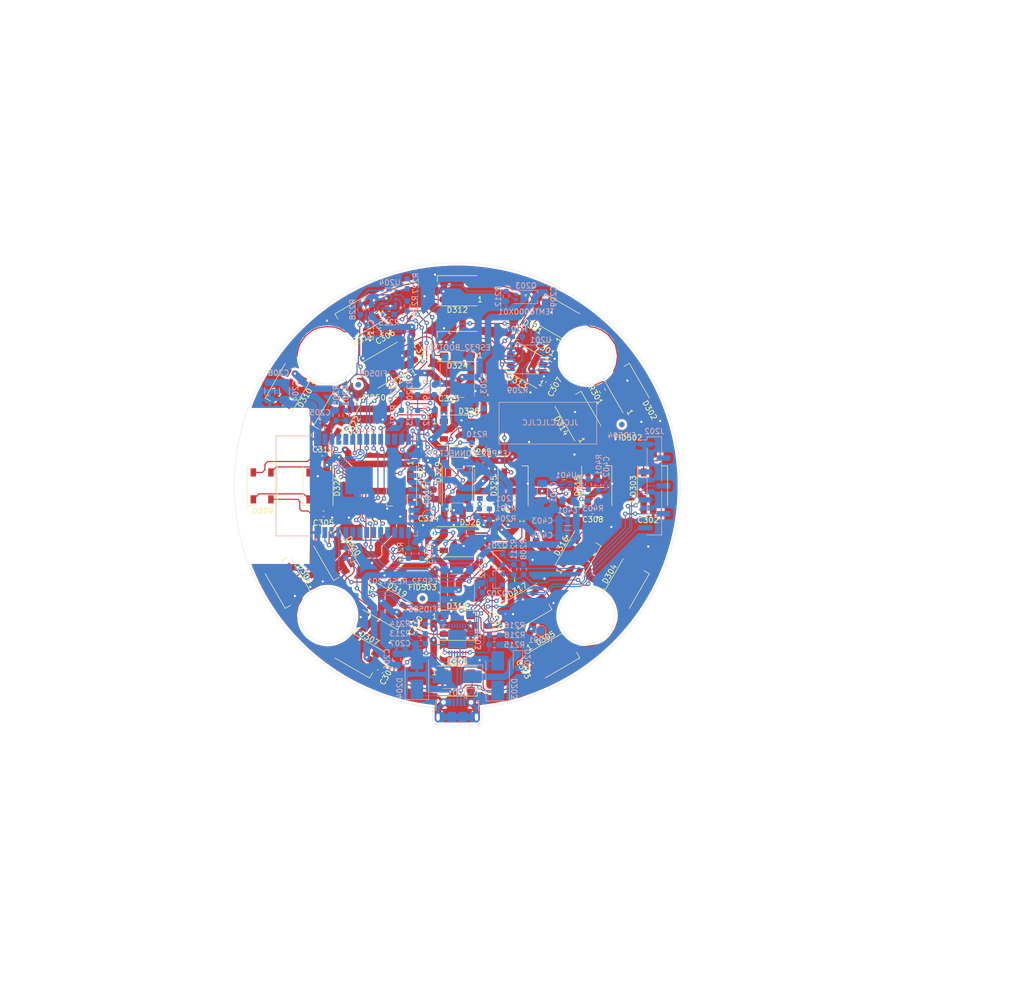
<source format=kicad_pcb>
(kicad_pcb (version 20211014) (generator pcbnew)

  (general
    (thickness 1.6)
  )

  (paper "A4")
  (layers
    (0 "F.Cu" signal)
    (31 "B.Cu" signal)
    (32 "B.Adhes" user "B.Adhesive")
    (33 "F.Adhes" user "F.Adhesive")
    (34 "B.Paste" user)
    (35 "F.Paste" user)
    (36 "B.SilkS" user "B.Silkscreen")
    (37 "F.SilkS" user "F.Silkscreen")
    (38 "B.Mask" user)
    (39 "F.Mask" user)
    (40 "Dwgs.User" user "User.Drawings")
    (41 "Cmts.User" user "User.Comments")
    (42 "Eco1.User" user "User.Eco1")
    (43 "Eco2.User" user "User.Eco2")
    (44 "Edge.Cuts" user)
    (45 "Margin" user)
    (46 "B.CrtYd" user "B.Courtyard")
    (47 "F.CrtYd" user "F.Courtyard")
    (48 "B.Fab" user)
    (49 "F.Fab" user)
  )

  (setup
    (pad_to_mask_clearance 0)
    (pcbplotparams
      (layerselection 0x0000010_7ffffffe)
      (disableapertmacros false)
      (usegerberextensions true)
      (usegerberattributes false)
      (usegerberadvancedattributes false)
      (creategerberjobfile false)
      (svguseinch false)
      (svgprecision 6)
      (excludeedgelayer true)
      (plotframeref false)
      (viasonmask false)
      (mode 1)
      (useauxorigin false)
      (hpglpennumber 1)
      (hpglpenspeed 20)
      (hpglpendiameter 15.000000)
      (dxfpolygonmode true)
      (dxfimperialunits true)
      (dxfusepcbnewfont true)
      (psnegative false)
      (psa4output false)
      (plotreference true)
      (plotvalue false)
      (plotinvisibletext false)
      (sketchpadsonfab false)
      (subtractmaskfromsilk true)
      (outputformat 1)
      (mirror false)
      (drillshape 0)
      (scaleselection 1)
      (outputdirectory "gerber/")
    )
  )

  (net 0 "")
  (net 1 "Net-(C201-Pad2)")
  (net 2 "GND")
  (net 3 "Net-(C202-Pad2)")
  (net 4 "Net-(C203-Pad2)")
  (net 5 "/esp32/3.3V")
  (net 6 "/esp32/5V")
  (net 7 "/power/3.3V_FB")
  (net 8 "/esp32/VBUS")
  (net 9 "/esp32/USB_DN")
  (net 10 "/esp32/USB_DP")
  (net 11 "Net-(D205-Pad1)")
  (net 12 "/esp32/CONNECT_LED")
  (net 13 "Net-(D301-Pad2)")
  (net 14 "/esp32/DIN")
  (net 15 "Net-(D302-Pad4)")
  (net 16 "Net-(D302-Pad2)")
  (net 17 "Net-(D303-Pad2)")
  (net 18 "Net-(D304-Pad2)")
  (net 19 "Net-(D305-Pad2)")
  (net 20 "Net-(D306-Pad2)")
  (net 21 "Net-(D307-Pad2)")
  (net 22 "Net-(D308-Pad2)")
  (net 23 "Net-(D309-Pad2)")
  (net 24 "Net-(D310-Pad2)")
  (net 25 "Net-(D311-Pad2)")
  (net 26 "Net-(D312-Pad2)")
  (net 27 "Net-(D313-Pad2)")
  (net 28 "Net-(D314-Pad2)")
  (net 29 "Net-(D315-Pad2)")
  (net 30 "Net-(D316-Pad2)")
  (net 31 "Net-(D317-Pad2)")
  (net 32 "Net-(D318-Pad2)")
  (net 33 "Net-(D319-Pad2)")
  (net 34 "Net-(D320-Pad2)")
  (net 35 "Net-(D321-Pad2)")
  (net 36 "Net-(D322-Pad2)")
  (net 37 "Net-(D323-Pad2)")
  (net 38 "Net-(D324-Pad2)")
  (net 39 "Net-(D325-Pad2)")
  (net 40 "Net-(D326-Pad2)")
  (net 41 "Net-(D327-Pad2)")
  (net 42 "Net-(D328-Pad2)")
  (net 43 "/esp32/TXD")
  (net 44 "/esp32/RTS")
  (net 45 "/esp32/RXD")
  (net 46 "/esp32/DTR")
  (net 47 "Net-(L401-Pad1)")
  (net 48 "Net-(Q201-Pad1)")
  (net 49 "/esp32/EN")
  (net 50 "/esp32/BOOT")
  (net 51 "Net-(Q202-Pad1)")
  (net 52 "/esp32/LIGHT")
  (net 53 "/esp32/CONNECT_SW")
  (net 54 "Net-(R207-Pad1)")
  (net 55 "/esp32/LEDS")
  (net 56 "Net-(R213-Pad1)")
  (net 57 "Net-(R214-Pad2)")
  (net 58 "Net-(R215-Pad1)")
  (net 59 "/esp32/TXD0")
  (net 60 "/esp32/RXD0")
  (net 61 "unconnected-(Q203-Pad3)")
  (net 62 "/esp32/ID0")
  (net 63 "/esp32/ID1")
  (net 64 "/esp32/ID2")
  (net 65 "/esp32/SPI_CS")
  (net 66 "Net-(R225-Pad1)")
  (net 67 "/esp32/SPI_MOSI")
  (net 68 "Net-(R226-Pad2)")
  (net 69 "/esp32/SPI_SCK")
  (net 70 "Net-(R227-Pad2)")
  (net 71 "/esp32/SPI_MISO")
  (net 72 "Net-(R228-Pad1)")
  (net 73 "Net-(R401-Pad2)")
  (net 74 "unconnected-(U202-Pad36)")
  (net 75 "unconnected-(U202-Pad32)")
  (net 76 "unconnected-(U202-Pad28)")
  (net 77 "unconnected-(U202-Pad27)")
  (net 78 "unconnected-(U202-Pad26)")
  (net 79 "unconnected-(U202-Pad22)")
  (net 80 "unconnected-(U202-Pad21)")
  (net 81 "unconnected-(U202-Pad20)")
  (net 82 "unconnected-(U202-Pad19)")
  (net 83 "unconnected-(U202-Pad18)")
  (net 84 "unconnected-(U202-Pad17)")
  (net 85 "unconnected-(U202-Pad12)")
  (net 86 "unconnected-(U202-Pad11)")
  (net 87 "unconnected-(U202-Pad10)")
  (net 88 "unconnected-(U202-Pad9)")
  (net 89 "unconnected-(U202-Pad8)")
  (net 90 "unconnected-(U202-Pad7)")
  (net 91 "unconnected-(U202-Pad5)")
  (net 92 "unconnected-(U202-Pad4)")
  (net 93 "unconnected-(U201-Pad6)")
  (net 94 "unconnected-(U201-Pad8)")
  (net 95 "unconnected-(U201-Pad11)")
  (net 96 "unconnected-(U401-Pad4)")
  (net 97 "unconnected-(U401-Pad8)")
  (net 98 "unconnected-(U203-Pad1)")
  (net 99 "unconnected-(U203-Pad2)")
  (net 100 "unconnected-(U203-Pad10)")
  (net 101 "unconnected-(U203-Pad12)")
  (net 102 "unconnected-(U203-Pad13)")
  (net 103 "unconnected-(U203-Pad14)")
  (net 104 "unconnected-(U203-Pad15)")
  (net 105 "unconnected-(U203-Pad16)")
  (net 106 "unconnected-(U203-Pad17)")
  (net 107 "unconnected-(U203-Pad18)")
  (net 108 "unconnected-(U203-Pad19)")
  (net 109 "unconnected-(U203-Pad20)")
  (net 110 "unconnected-(U203-Pad21)")
  (net 111 "unconnected-(U203-Pad22)")
  (net 112 "unconnected-(U203-Pad23)")
  (net 113 "unconnected-(U203-Pad27)")
  (net 114 "unconnected-(D329-Pad2)")
  (net 115 "unconnected-(J201-Pad4)")
  (net 116 "unconnected-(J202-Pad2)")
  (net 117 "unconnected-(J202-Pad3)")

  (footprint "Capacitor_SMD:C_0603_1608Metric_Pad1.08x0.95mm_HandSolder" (layer "F.Cu") (at 118.364 75.438 150))

  (footprint "Capacitor_SMD:C_0603_1608Metric_Pad1.08x0.95mm_HandSolder" (layer "F.Cu") (at 136.4245 106.172))

  (footprint "Capacitor_SMD:C_0603_1608Metric_Pad1.08x0.95mm_HandSolder" (layer "F.Cu") (at 114.98525 134.096947 -60))

  (footprint "Capacitor_SMD:C_0603_1608Metric_Pad1.08x0.95mm_HandSolder" (layer "F.Cu") (at 87.55325 135.397053 -120))

  (footprint "Capacitor_SMD:C_0603_1608Metric_Pad1.08x0.95mm_HandSolder" (layer "F.Cu") (at 77.2425 106.68))

  (footprint "Capacitor_SMD:C_0603_1608Metric_Pad1.08x0.95mm_HandSolder" (layer "F.Cu") (at 87.757 73.279 -150))

  (footprint "Capacitor_SMD:C_0603_1608Metric_Pad1.08x0.95mm_HandSolder" (layer "F.Cu") (at 118.18675 82.915947 60))

  (footprint "Capacitor_SMD:C_0603_1608Metric_Pad1.08x0.95mm_HandSolder" (layer "F.Cu") (at 126.238 106.172))

  (footprint "Capacitor_SMD:C_0603_1608Metric_Pad1.08x0.95mm_HandSolder" (layer "F.Cu") (at 109.90525 125.206947 -60))

  (footprint "Capacitor_SMD:C_0603_1608Metric_Pad1.08x0.95mm_HandSolder" (layer "F.Cu") (at 92.76025 126.365 -120))

  (footprint "Capacitor_SMD:C_0603_1608Metric_Pad1.08x0.95mm_HandSolder" (layer "F.Cu") (at 76.9885 96.647 180))

  (footprint "Capacitor_SMD:C_0603_1608Metric_Pad1.08x0.95mm_HandSolder" (layer "F.Cu") (at 100.0495 87.122))

  (footprint "Capacitor_SMD:C_0603_1608Metric_Pad1.08x0.95mm_HandSolder" (layer "F.Cu") (at 97.282 103.1505 90))

  (footprint "LED_SMD:LED_WS2812B_PLCC4_5.0x5.0mm_P3.2mm" (layer "F.Cu") (at 132.3848 83.80222 120))

  (footprint "LED_SMD:LED_WS2812B_PLCC4_5.0x5.0mm_P3.2mm" (layer "F.Cu") (at 137.16 101.6 90))

  (footprint "LED_SMD:LED_WS2812B_PLCC4_5.0x5.0mm_P3.2mm" (layer "F.Cu") (at 132.3848 119.39524 60))

  (footprint "LED_SMD:LED_WS2812B_PLCC4_5.0x5.0mm_P3.2mm" (layer "F.Cu") (at 101.6 137.15746))

  (footprint "LED_SMD:LED_WS2812B_PLCC4_5.0x5.0mm_P3.2mm" (layer "F.Cu") (at 83.82762 132.39496 -30))

  (footprint "LED_SMD:LED_WS2812B_PLCC4_5.0x5.0mm_P3.2mm" (layer "F.Cu") (at 70.80758 119.38254 -60))

  (footprint "LED_SMD:LED_WS2812B_PLCC4_5.0x5.0mm_P3.2mm" (layer "F.Cu") (at 70.8152 83.80984 -120))

  (footprint "LED_SMD:LED_WS2812B_PLCC4_5.0x5.0mm_P3.2mm" (layer "F.Cu") (at 83.82254 70.8025 -150))

  (footprint "LED_SMD:LED_WS2812B_PLCC4_5.0x5.0mm_P3.2mm" (layer "F.Cu") (at 101.6 66.04254 180))

  (footprint "LED_SMD:LED_WS2812B_PLCC4_5.0x5.0mm_P3.2mm" (layer "F.Cu") (at 114.30508 79.60614 150))

  (footprint "LED_SMD:LED_WS2812B_PLCC4_5.0x5.0mm_P3.2mm" (layer "F.Cu") (at 127 101.6 90))

  (footprint "LED_SMD:LED_WS2812B_PLCC4_5.0x5.0mm_P3.2mm" (layer "F.Cu") (at 123.58624 114.31016 60))

  (footprint "LED_SMD:LED_WS2812B_PLCC4_5.0x5.0mm_P3.2mm" (layer "F.Cu") (at 79.60868 114.3 -60))

  (footprint "LED_SMD:LED_WS2812B_PLCC4_5.0x5.0mm_P3.2mm" (layer "F.Cu") (at 76.20254 101.6 -90))

  (footprint "LED_SMD:LED_WS2812B_PLCC4_5.0x5.0mm_P3.2mm" (layer "F.Cu") (at 79.60868 88.89238 -120))

  (footprint "LED_SMD:LED_WS2812B_PLCC4_5.0x5.0mm_P3.2mm" (layer "F.Cu") (at 101.6 76.20508 180))

  (footprint "LED_SMD:LED_WS2812B_PLCC4_5.0x5.0mm_P3.2mm" (layer "F.Cu") (at 111.76 101.6 90))

  (footprint "LED_SMD:LED_WS2812B_PLCC4_5.0x5.0mm_P3.2mm" (layer "F.Cu") (at 101.6 111.76))

  (footprint "LED_SMD:LED_WS2812B_PLCC4_5.0x5.0mm_P3.2mm" (layer "F.Cu") (at 101.6 91.44))

  (footprint "LED_SMD:LED_WS2812B_PLCC4_5.0x5.0mm_P3.2mm" (layer "F.Cu") (at 101.6 101.6 90))

  (footprint "Resistor_SMD:R_0603_1608Metric" (layer "F.Cu") (at 128.0414 84.2772 120))

  (footprint "LED_SMD:LED_WS2812B_PLCC4_5.0x5.0mm_P3.2mm" (layer "F.Cu") (at 66.04254 101.6 -90))

  (footprint "LED_SMD:LED_WS2812B_PLCC4_5.0x5.0mm_P3.2mm" (layer "F.Cu") (at 114.30508 123.58878 30))

  (footprint "LED_SMD:LED_WS2812B_PLCC4_5.0x5.0mm_P3.2mm" (layer "F.Cu") (at 119.39016 132.38988 30))

  (footprint "LED_SMD:LED_WS2812B_PLCC4_5.0x5.0mm_P3.2mm" (layer "F.Cu") (at 123.58624 88.88984 120))

  (footprint "LED_SMD:LED_WS2812B_PLCC4_5.0x5.0mm_P3.2mm" (layer "F.Cu") (at 101.6 126.99746))

  (footprint "LED_SMD:LED_WS2812B_PLCC4_5.0x5.0mm_P3.2mm" (layer "F.Cu") (at 88.90508 123.5964 -30))

  (footprint "LED_SMD:LED_WS2812B_PLCC4_5.0x5.0mm_P3.2mm" (layer "F.Cu") (at 91.44 101.6 -90))

  (footprint "Fiducial:Fiducial_1mm_Mask2mm" (layer "F.Cu") (at 83.566 83.185))

  (footprint "Fiducial:Fiducial_1mm_Mask2mm" (layer "F.Cu") (at 95.25 122.0978))

  (footprint "Fiducial:Fiducial_1mm_Mask2mm" (layer "F.Cu") (at 131.572 90.424))

  (footprint "Capacitor_SMD:C_0603_1608Metric_Pad1.08x0.95mm_HandSolder" (layer "F.Cu") (at 100.076 107.442))

  (footprint "LED_SMD:LED_WS2812B_PLCC4_5.0x5.0mm_P3.2mm" (layer "F.Cu") (at 119.38508 70.81012 150))

  (footprint "Capacitor_SMD:C_0603_1608Metric_Pad1.08x0.95mm_HandSolder" (layer "F.Cu") (at 93.42175 77.866053 120))

  (footprint "LED_SMD:LED_0805_2012Metric_Pad1.15x1.40mm_HandSolder" (layer "F.Cu") (at 102.0482 95.4278))

  (footprint "LED_SMD:LED_WS2812B_PLCC4_5.0x5.0mm_P3.2mm" (layer "F.Cu") (at 88.90508 79.60614 -150))

  (footprint "Connector_PinHeader_2.54mm:PinHeader_1x07_P2.54mm_Vertical_SMD_Pin1Right" (layer "B.Cu") (at 137.50798 101.6 180))

  (footprint "Capacitor_SMD:C_1206_3216Metric_Pad1.33x1.80mm_HandSolder" (layer "B.Cu") (at 121.666 110.617 180))

  (footprint "TestPoint:TestPoint_Pad_D1.5mm" (layer "B.Cu") (at 96.266 106.934 180))

  (footprint "Diode_SMD:D_SMB_Handsoldering" (layer "B.Cu") (at 108.94568 136.16686 90))

  (footprint "Inductor_SMD:L_0805_2012Metric_Pad1.15x1.40mm_HandSolder" (layer "B.Cu") (at 121.793 104.267))

  (footprint "Diode_SMD:D_SOD-323_HandSoldering" (layer "B.Cu") (at 112.649 133.497 -90))

  (footprint "Package_DFN_QFN:QFN-28-1EP_5x5mm_P0.5mm_EP3.35x3.35mm" (layer "B.Cu")
    (tedit 5DC5F6A4) (tstamp 00000000-0000-0000-0000-000062143b71)
    (at 101.6 129.54 90)
    (descr "QFN, 28 Pin (http://ww1.microchip.com/downloads/en/PackagingSpec/00000049BQ.pdf#page=283), generated with kicad-footprint-generator ipc_noLead_generator.py")
    (tags "QFN NoLead")
    (property "Sheetfile" "esp32.kicad_sch")
    (property "Sheetname" "esp32")
    (path "/00000000-0000-0000-0000-00006224bd36/00000000-0000-0000-0000-00005cf6b226")
    (attr smd)
    (fp_text reference "U203" (at 0 3.8 90) (layer "B.SilkS")
      (effects (font (size 1 1) (thickness 0.15)) (justify mirror))
      (tstamp 121b7b08-bed9-441b-b060-efed31f37089)
    )
    (fp_text value "Silicon Labs CP2102N-A01-GQFN28" (at 0 -3.8 90) (layer "B.Fab")
      (effects (font (size 1 1) (thickness 0.15)) (justify mirror))
      (tstamp 14a3cbec-b1b9-4736-8e00-ba5be98954ab)
    )
    (fp_text user "${REFERENCE}" (at 0 0 90) (layer "B.Fab")
      (effects (font (size 1 1) (thickness 0.15)) (justify mirror))
      (tstamp 59058a09-f800-497d-b8e1-cdf9632c6766)
    )
    (fp_line (start 1.885 -2.61) (end 2.61 -2.61) (layer "B.SilkS") (width 0.12) (tstamp 4e66ba18-389e-4ff9-97c1-8bd8fb047a01))
    (fp_line (start 1.885 2.61) (end 2.61 2.61) (layer "B.SilkS") (width 0.12) (tstamp 9fa58e42-4d1f-4e7f-a5a2-6fc9857446e3))
    (fp_line (start 2.61 -2.61) (end 2.61 -1.885) (layer "B.SilkS") (width 0.12) (tstamp bf26cee8-9c9f-4547-9a40-e7028b986d1e))
    (fp_line (start -2.61 -2.61) (end -2.61 -1.885) (layer "B.SilkS") (width 0.12) (tstamp cc5561df-9d20-4574-af60-64f10025a0ed))
    (fp_line (start -1.885 2.61) (end -2.61 2.61) (layer "B.SilkS") (width 0.12) (tstamp d0111086-5d68-4ab0-b707-7da6b263c90b))
    (fp_line (start 2.61 2.61) (end 2.61 1.885) (layer "B.SilkS") (width 0.12) (tstamp dc0df782-a446-4364-8dc7-0190637b5f77))
    (fp_line (start -1.885 -2.61) (end -2.61 -2.61) (layer "B.SilkS") (width 0.12) (tstamp f2a44eaf-666f-422c-bb4d-a717499c3d1a))
    (fp_line (start -3.1 -3.1) (end 3.1 -3.1) (layer "B.CrtYd") (width 0.05) (tstamp 0aa1e38d-f07a-4820-b628-a171234563bb))
    (fp_line (start 3.1 3.1) (end -3.1 3.1) (layer "B.CrtYd") (width 0.05) (tstamp 637c5908-9371-4d80-a19b-036e111ef5cd))
    (fp_line (start 3.1 -3.1) (end 3.1 3.1) (layer "B.CrtYd") (width 0.05) (tstamp e0692317-3143-4681-97c6-8fbe46592f31))
    (fp_line (start -3.1 3.1) (end -3.1 -3.1) (layer "B.CrtYd") (width 0.05) (tstamp e2df2a45-3811-4210-89e0-9a66f3cb9430))
    (fp_line (start 2.5 -2.5) (end -2.5 -2.5) (layer "B.Fab") (width 0.1) (tstamp 0674c5a1-ca4b-4b6b-aa60-3847e1a37d52))
    (fp_line (start -2.5 -2.5) (end -2.5 1.5) (layer "B.Fab") (width 0.1) (tstamp 1a85ffd6-ef8b-418f-990e-456d1ffab00e))
    (fp_line (start -2.5 1.5) (end -1.5 2.5) (layer "B.Fab") (width 0.1) (tstamp 1f01b2a1-9ae4-4793-9d17-5ed5c0966b9f))
    (fp_line (start 2.5 2.5) (end 2.5 -2.5) (layer "B.Fab") (width 0.1) (tstamp 835d4ac3-3fb1-48d9-8c28-6093fe917376))
    (fp_line (start -1.5 2.5) (end 2.5 2.5) (layer "B.Fab") (width 0.1) (tstamp aae29862-3850-48eb-b7a8-38a62a8029dd))
    (pad "" smd roundrect locked (at 0 0 90) (size 0.9 0.9) (layers "B.Paste") (roundrect_rratio 0.25) (tstamp 03d57b22-a0ad-4d3d-9d1c-5573371e6c2f))
    (pad "" smd roundrect locked (at 0 -1.12 90) (size 0.9 0.9) (layers "B.Paste") (roundrect_rratio 0.25) (tstamp 159c8092-f459-40eb-b409-c2cace814e6e))
    (pad "" smd roundrect locked (at -1.12 1.12 90) (size 0.9 0.9) (layers "B.Paste") (roundrect_rratio 0.25) (tstamp 832b1e20-f118-4505-ad00-93c040f2f83d))
    (pad "" smd roundrect locked (at 1.12 0 90) (size 0.9 0.9) (layers "B.Paste") (roundrect_rratio 0.25) (tstamp 86f6faec-7eee-404c-a73a-2ae625f33d8c))
    (pad "" smd roundrect locked (at -1.12 0 90) (size 0.9 0.9) (layers "B.Paste") (roundrect_rratio 0.25) (tstamp 8eacb9d3-c41d-4b39-abd1-0bc8f2e97411))
    (pad "" smd roundrect locked (at 1.12 -1.12 90) (size 0.9 0.9) (layers "B.Paste") (roundrect_rratio 0.25) (tstamp 90337a8b-a8c5-48e1-ad0f-b0e67716fe3c))
    (pad "" smd roundrect locked (at -1.12 -1.12 90) (size 0.9 0.9) (layers "B.Paste") (roundrect_rratio 0.25) (tstamp b4afdd30-7a78-4cd8-8670-bb6dd787dcdc))
    (pad "" smd roundrect locked (at 1.12 1.12 90) (size 0.9 0.9) (layers "B.Paste") (roundrect_rratio 0.25) (tstamp d3db736b-0e33-4126-b950-5488923df40e))
    (pad "" smd roundrect locked (at 0 1.12 90) (size 0.9 0.9) (layers "B.Paste") (roundrect_rratio 0.25) (tstamp f46fb303-7470-41c0-b6e8-4553c1d6503f))
    (pad "1" smd roundrect locked (at -2.45 1.5 90) (size 0.8 0.25) (layers "B.Cu" "B.Paste" "B.Mask") (roundrect_rratio 0.25)
      (net 98 "unconnected-(U203-Pad1)") (pinfunction "~{DCD}") (pintype "input+no_connect") (tstamp 7c11b885-29b4-4eb2-b782-dde8e3724f0c))
    (pad "2" smd roundrect locked (at -2.45 1 90) (size 0.8 0.25) (layers "B.Cu" "B.Paste" "B.Mask") (roundrect_rratio 0.25)
      (net 99 "unconnected-(U203-Pad2)") (pinfunction "~{RI}/CLK") (pintype "bidirectional+no_connect") (tstamp 33891c62-a79f-4243-b776-6be292690ac3))
    (pad "3" smd roundrect locked (at -2.45 0.5 90) (size 0.8 0.25) (layers "B.Cu" "B.Paste" "B.Mask") (roundrect_rratio 0.25)
      (net 2 "GND") (pinfunction "GND") (pintype "power_in") (tstamp 9ed54841-4bec-491f-817d-b7e8b25ca06c))
    (pad "4" smd roundrect locked (at -2.45 0 90) (size 0.8 0.25) (layers "B.Cu" "B.Paste" "B.Mask") (roundrect_rratio 0.25)
      (net 10 "/esp32/USB_DP") (pinfunction "D+") (pintype "bidirectional") (tstamp c2e901e5-a4cd-4374-af38-0566255ecbea))
    (pad "5" smd roundrect locked (at -2.45 -0.5 90) (size 0.8 0.25) (layers "B.Cu" "B.Paste" "B.Mask") (roundrect_rratio 0.25)
      (net 9 "/esp32/USB_DN") (pinfunction "D-") (pintype "bi
... [1671002 chars truncated]
</source>
